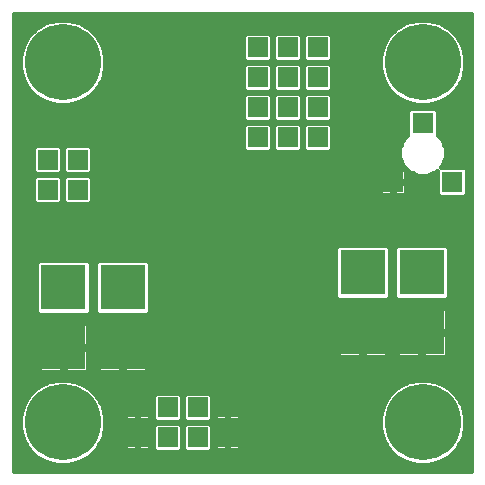
<source format=gbr>
G75*
G70*
%OFA0B0*%
%FSLAX24Y24*%
%IPPOS*%
%LPD*%
%AMOC8*
5,1,8,0,0,1.08239X$1,22.5*
%
%ADD10R,0.0650X0.0650*%
%ADD11R,0.0700X0.0700*%
%ADD12C,0.2540*%
%ADD13R,0.1500X0.1500*%
%ADD14C,0.0160*%
%ADD15C,0.0357*%
D10*
X004680Y001680D03*
X004680Y002680D03*
X005680Y002680D03*
X006680Y002680D03*
X007680Y002680D03*
X007680Y001680D03*
X006680Y001680D03*
X005680Y001680D03*
X002680Y008930D03*
X002680Y009930D03*
X002680Y010930D03*
X002680Y011930D03*
X001680Y011930D03*
X001680Y010930D03*
X001680Y009930D03*
X001680Y008930D03*
X008680Y011680D03*
X008680Y012680D03*
X008680Y013680D03*
X009680Y013680D03*
X009680Y012680D03*
X009680Y011680D03*
X010680Y011680D03*
X010680Y012680D03*
X010680Y013680D03*
X010680Y014680D03*
X009680Y014680D03*
X008680Y014680D03*
D11*
X013196Y010196D03*
X015164Y010196D03*
X014180Y012164D03*
D12*
X014180Y014180D03*
X014180Y002180D03*
X002180Y002180D03*
X002180Y014180D03*
D13*
X002211Y006680D03*
X004180Y006680D03*
X004180Y004680D03*
X002211Y004680D03*
X012180Y005180D03*
X014149Y005180D03*
X014149Y007180D03*
X012180Y007180D03*
D14*
X000560Y000560D02*
X000560Y015800D01*
X015800Y015800D01*
X015800Y000560D01*
X000560Y000560D01*
X000560Y000656D02*
X015800Y000656D01*
X015800Y000814D02*
X014607Y000814D01*
X014732Y000847D02*
X014368Y000750D01*
X013992Y000750D01*
X013628Y000847D01*
X013302Y001036D01*
X013036Y001302D01*
X012847Y001628D01*
X012750Y001992D01*
X012750Y002368D01*
X012847Y002732D01*
X013036Y003058D01*
X013302Y003324D01*
X013628Y003513D01*
X013992Y003610D01*
X014368Y003610D01*
X014732Y003513D01*
X015058Y003324D01*
X015324Y003058D01*
X015513Y002732D01*
X015610Y002368D01*
X015610Y001992D01*
X015513Y001628D01*
X015324Y001302D01*
X015058Y001036D01*
X014732Y000847D01*
X014949Y000973D02*
X015800Y000973D01*
X015800Y001131D02*
X015153Y001131D01*
X015312Y001290D02*
X015800Y001290D01*
X015800Y001448D02*
X015409Y001448D01*
X015500Y001607D02*
X015800Y001607D01*
X015800Y001765D02*
X015549Y001765D01*
X015592Y001924D02*
X015800Y001924D01*
X015800Y002082D02*
X015610Y002082D01*
X015610Y002241D02*
X015800Y002241D01*
X015800Y002399D02*
X015602Y002399D01*
X015559Y002558D02*
X015800Y002558D01*
X015800Y002716D02*
X015517Y002716D01*
X015430Y002875D02*
X015800Y002875D01*
X015800Y003033D02*
X015339Y003033D01*
X015191Y003192D02*
X015800Y003192D01*
X015800Y003350D02*
X015013Y003350D01*
X014739Y003509D02*
X015800Y003509D01*
X015800Y003667D02*
X000560Y003667D01*
X000560Y003509D02*
X001621Y003509D01*
X001628Y003513D02*
X001302Y003324D01*
X001036Y003058D01*
X000847Y002732D01*
X000750Y002368D01*
X000750Y001992D01*
X000847Y001628D01*
X001036Y001302D01*
X001302Y001036D01*
X001628Y000847D01*
X001992Y000750D01*
X002368Y000750D01*
X002732Y000847D01*
X003058Y001036D01*
X003324Y001302D01*
X003513Y001628D01*
X003610Y001992D01*
X003610Y002368D01*
X003513Y002732D01*
X003324Y003058D01*
X003058Y003324D01*
X002732Y003513D01*
X002368Y003610D01*
X001992Y003610D01*
X001628Y003513D01*
X001347Y003350D02*
X000560Y003350D01*
X000560Y003192D02*
X001169Y003192D01*
X001021Y003033D02*
X000560Y003033D01*
X000560Y002875D02*
X000930Y002875D01*
X000843Y002716D02*
X000560Y002716D01*
X000560Y002558D02*
X000801Y002558D01*
X000758Y002399D02*
X000560Y002399D01*
X000560Y002241D02*
X000750Y002241D01*
X000750Y002082D02*
X000560Y002082D01*
X000560Y001924D02*
X000768Y001924D01*
X000811Y001765D02*
X000560Y001765D01*
X000560Y001607D02*
X000860Y001607D01*
X000951Y001448D02*
X000560Y001448D01*
X000560Y001290D02*
X001048Y001290D01*
X001207Y001131D02*
X000560Y001131D01*
X000560Y000973D02*
X001411Y000973D01*
X001753Y000814D02*
X000560Y000814D01*
X002607Y000814D02*
X013753Y000814D01*
X013411Y000973D02*
X002949Y000973D01*
X003153Y001131D02*
X013207Y001131D01*
X013048Y001290D02*
X008053Y001290D01*
X008050Y001287D02*
X008073Y001310D01*
X008085Y001339D01*
X008085Y001672D01*
X007688Y001672D01*
X007688Y001688D01*
X007672Y001688D01*
X007672Y002085D01*
X007339Y002085D01*
X007310Y002073D01*
X007287Y002050D01*
X007275Y002021D01*
X007275Y001688D01*
X007672Y001688D01*
X007672Y001672D01*
X007275Y001672D01*
X007275Y001339D01*
X007287Y001310D01*
X007310Y001287D01*
X007339Y001275D01*
X007672Y001275D01*
X007672Y001672D01*
X007688Y001672D01*
X007688Y001275D01*
X008021Y001275D01*
X008050Y001287D01*
X008085Y001448D02*
X012951Y001448D01*
X012860Y001607D02*
X008085Y001607D01*
X008085Y001688D02*
X008085Y002021D01*
X008073Y002050D01*
X008050Y002073D01*
X008021Y002085D01*
X007688Y002085D01*
X007688Y001688D01*
X008085Y001688D01*
X008085Y001765D02*
X012811Y001765D01*
X012768Y001924D02*
X008085Y001924D01*
X008028Y002082D02*
X012750Y002082D01*
X012750Y002241D02*
X007117Y002241D01*
X007071Y002195D02*
X007165Y002289D01*
X007165Y003071D01*
X007071Y003165D01*
X006289Y003165D01*
X006195Y003071D01*
X006195Y002289D01*
X006289Y002195D01*
X007071Y002195D01*
X007071Y002165D02*
X006289Y002165D01*
X006195Y002071D01*
X006195Y001289D01*
X006289Y001195D01*
X007071Y001195D01*
X007165Y001289D01*
X007165Y002071D01*
X007071Y002165D01*
X007154Y002082D02*
X007332Y002082D01*
X007275Y001924D02*
X007165Y001924D01*
X007165Y001765D02*
X007275Y001765D01*
X007275Y001607D02*
X007165Y001607D01*
X007165Y001448D02*
X007275Y001448D01*
X007307Y001290D02*
X007165Y001290D01*
X007672Y001290D02*
X007688Y001290D01*
X007672Y001448D02*
X007688Y001448D01*
X007672Y001607D02*
X007688Y001607D01*
X007672Y001765D02*
X007688Y001765D01*
X007672Y001924D02*
X007688Y001924D01*
X007672Y002082D02*
X007688Y002082D01*
X007688Y002275D02*
X008021Y002275D01*
X008050Y002287D01*
X008073Y002310D01*
X008085Y002339D01*
X008085Y002672D01*
X007688Y002672D01*
X007688Y002688D01*
X007672Y002688D01*
X007672Y003085D01*
X007339Y003085D01*
X007310Y003073D01*
X007287Y003050D01*
X007275Y003021D01*
X007275Y002688D01*
X007672Y002688D01*
X007672Y002672D01*
X007275Y002672D01*
X007275Y002339D01*
X007287Y002310D01*
X007310Y002287D01*
X007339Y002275D01*
X007672Y002275D01*
X007672Y002672D01*
X007688Y002672D01*
X007688Y002275D01*
X007688Y002399D02*
X007672Y002399D01*
X007672Y002558D02*
X007688Y002558D01*
X007688Y002688D02*
X008085Y002688D01*
X008085Y003021D01*
X008073Y003050D01*
X008050Y003073D01*
X008021Y003085D01*
X007688Y003085D01*
X007688Y002688D01*
X007688Y002716D02*
X007672Y002716D01*
X007672Y002875D02*
X007688Y002875D01*
X007672Y003033D02*
X007688Y003033D01*
X008080Y003033D02*
X013021Y003033D01*
X012930Y002875D02*
X008085Y002875D01*
X008085Y002716D02*
X012843Y002716D01*
X012801Y002558D02*
X008085Y002558D01*
X008085Y002399D02*
X012758Y002399D01*
X013169Y003192D02*
X003191Y003192D01*
X003339Y003033D02*
X004280Y003033D01*
X004275Y003021D02*
X004275Y002688D01*
X004672Y002688D01*
X004672Y003085D01*
X004339Y003085D01*
X004310Y003073D01*
X004287Y003050D01*
X004275Y003021D01*
X004275Y002875D02*
X003430Y002875D01*
X003517Y002716D02*
X004275Y002716D01*
X004275Y002672D02*
X004275Y002339D01*
X004287Y002310D01*
X004310Y002287D01*
X004339Y002275D01*
X004672Y002275D01*
X004672Y002672D01*
X004275Y002672D01*
X004275Y002558D02*
X003559Y002558D01*
X003602Y002399D02*
X004275Y002399D01*
X004339Y002085D02*
X004310Y002073D01*
X004287Y002050D01*
X004275Y002021D01*
X004275Y001688D01*
X004672Y001688D01*
X004672Y002085D01*
X004339Y002085D01*
X004332Y002082D02*
X003610Y002082D01*
X003610Y002241D02*
X005243Y002241D01*
X005289Y002195D02*
X005195Y002289D01*
X005195Y003071D01*
X005289Y003165D01*
X006071Y003165D01*
X006165Y003071D01*
X006165Y002289D01*
X006071Y002195D01*
X005289Y002195D01*
X005289Y002165D02*
X005195Y002071D01*
X005195Y001289D01*
X005289Y001195D01*
X006071Y001195D01*
X006165Y001289D01*
X006165Y002071D01*
X006071Y002165D01*
X005289Y002165D01*
X005206Y002082D02*
X005028Y002082D01*
X005021Y002085D02*
X004688Y002085D01*
X004688Y001688D01*
X004672Y001688D01*
X004672Y001672D01*
X004275Y001672D01*
X004275Y001339D01*
X004287Y001310D01*
X004310Y001287D01*
X004339Y001275D01*
X004672Y001275D01*
X004672Y001672D01*
X004688Y001672D01*
X004688Y001688D01*
X005085Y001688D01*
X005085Y002021D01*
X005073Y002050D01*
X005050Y002073D01*
X005021Y002085D01*
X005085Y001924D02*
X005195Y001924D01*
X005195Y001765D02*
X005085Y001765D01*
X005085Y001672D02*
X004688Y001672D01*
X004688Y001275D01*
X005021Y001275D01*
X005050Y001287D01*
X005073Y001310D01*
X005085Y001339D01*
X005085Y001672D01*
X005085Y001607D02*
X005195Y001607D01*
X005195Y001448D02*
X005085Y001448D01*
X005053Y001290D02*
X005195Y001290D01*
X004688Y001290D02*
X004672Y001290D01*
X004672Y001448D02*
X004688Y001448D01*
X004672Y001607D02*
X004688Y001607D01*
X004672Y001765D02*
X004688Y001765D01*
X004672Y001924D02*
X004688Y001924D01*
X004672Y002082D02*
X004688Y002082D01*
X004688Y002275D02*
X005021Y002275D01*
X005050Y002287D01*
X005073Y002310D01*
X005085Y002339D01*
X005085Y002672D01*
X004688Y002672D01*
X004688Y002688D01*
X004672Y002688D01*
X004672Y002672D01*
X004688Y002672D01*
X004688Y002275D01*
X004688Y002399D02*
X004672Y002399D01*
X004672Y002558D02*
X004688Y002558D01*
X004688Y002688D02*
X005085Y002688D01*
X005085Y003021D01*
X005073Y003050D01*
X005050Y003073D01*
X005021Y003085D01*
X004688Y003085D01*
X004688Y002688D01*
X004688Y002716D02*
X004672Y002716D01*
X004672Y002875D02*
X004688Y002875D01*
X004672Y003033D02*
X004688Y003033D01*
X005080Y003033D02*
X005195Y003033D01*
X005195Y002875D02*
X005085Y002875D01*
X005085Y002716D02*
X005195Y002716D01*
X005195Y002558D02*
X005085Y002558D01*
X005085Y002399D02*
X005195Y002399D01*
X006117Y002241D02*
X006243Y002241D01*
X006206Y002082D02*
X006154Y002082D01*
X006165Y001924D02*
X006195Y001924D01*
X006195Y001765D02*
X006165Y001765D01*
X006165Y001607D02*
X006195Y001607D01*
X006195Y001448D02*
X006165Y001448D01*
X006165Y001290D02*
X006195Y001290D01*
X006165Y002399D02*
X006195Y002399D01*
X006195Y002558D02*
X006165Y002558D01*
X006165Y002716D02*
X006195Y002716D01*
X006195Y002875D02*
X006165Y002875D01*
X006165Y003033D02*
X006195Y003033D01*
X007165Y003033D02*
X007280Y003033D01*
X007275Y002875D02*
X007165Y002875D01*
X007165Y002716D02*
X007275Y002716D01*
X007275Y002558D02*
X007165Y002558D01*
X007165Y002399D02*
X007275Y002399D01*
X004998Y003885D02*
X005010Y003914D01*
X005010Y004632D01*
X004228Y004632D01*
X004228Y004728D01*
X005010Y004728D01*
X005010Y005446D01*
X004998Y005475D01*
X004975Y005498D01*
X004946Y005510D01*
X004228Y005510D01*
X004228Y004728D01*
X004132Y004728D01*
X004132Y005510D01*
X003414Y005510D01*
X003385Y005498D01*
X003362Y005475D01*
X003350Y005446D01*
X003350Y004728D01*
X004132Y004728D01*
X004132Y004632D01*
X004228Y004632D01*
X004228Y003850D01*
X004946Y003850D01*
X004975Y003862D01*
X004998Y003885D01*
X005010Y003984D02*
X015800Y003984D01*
X015800Y003826D02*
X000560Y003826D01*
X000560Y003984D02*
X001381Y003984D01*
X001381Y003914D02*
X001394Y003885D01*
X001416Y003862D01*
X001446Y003850D01*
X002164Y003850D01*
X002164Y004632D01*
X002259Y004632D01*
X002259Y003850D01*
X002977Y003850D01*
X003007Y003862D01*
X003029Y003885D01*
X003041Y003914D01*
X003041Y004632D01*
X002259Y004632D01*
X002259Y004728D01*
X002164Y004728D01*
X002164Y005510D01*
X001446Y005510D01*
X001416Y005498D01*
X001394Y005475D01*
X001381Y005446D01*
X001381Y004728D01*
X002164Y004728D01*
X002164Y004632D01*
X001381Y004632D01*
X001381Y003914D01*
X001381Y004143D02*
X000560Y004143D01*
X000560Y004301D02*
X001381Y004301D01*
X001381Y004460D02*
X000560Y004460D01*
X000560Y004618D02*
X001381Y004618D01*
X001381Y004777D02*
X000560Y004777D01*
X000560Y004935D02*
X001381Y004935D01*
X001381Y005094D02*
X000560Y005094D01*
X000560Y005252D02*
X001381Y005252D01*
X001381Y005411D02*
X000560Y005411D01*
X000560Y005569D02*
X011350Y005569D01*
X011350Y005411D02*
X005010Y005411D01*
X005010Y005252D02*
X011350Y005252D01*
X011350Y005228D02*
X012132Y005228D01*
X012132Y006010D01*
X011414Y006010D01*
X011385Y005998D01*
X011362Y005975D01*
X011350Y005946D01*
X011350Y005228D01*
X011350Y005132D02*
X011350Y004414D01*
X011362Y004385D01*
X011385Y004362D01*
X011414Y004350D01*
X012132Y004350D01*
X012132Y005132D01*
X011350Y005132D01*
X011350Y005094D02*
X005010Y005094D01*
X005010Y004935D02*
X011350Y004935D01*
X011350Y004777D02*
X005010Y004777D01*
X005010Y004618D02*
X011350Y004618D01*
X011350Y004460D02*
X005010Y004460D01*
X005010Y004301D02*
X015800Y004301D01*
X015800Y004143D02*
X005010Y004143D01*
X004228Y004143D02*
X004132Y004143D01*
X004132Y004301D02*
X004228Y004301D01*
X004228Y004460D02*
X004132Y004460D01*
X004132Y004618D02*
X004228Y004618D01*
X004132Y004632D02*
X004132Y003850D01*
X003414Y003850D01*
X003385Y003862D01*
X003362Y003885D01*
X003350Y003914D01*
X003350Y004632D01*
X004132Y004632D01*
X004132Y004777D02*
X004228Y004777D01*
X004228Y004935D02*
X004132Y004935D01*
X004132Y005094D02*
X004228Y005094D01*
X004228Y005252D02*
X004132Y005252D01*
X004132Y005411D02*
X004228Y005411D01*
X004996Y005770D02*
X005090Y005864D01*
X005090Y007496D01*
X004996Y007590D01*
X003364Y007590D01*
X003270Y007496D01*
X003270Y005864D01*
X003364Y005770D01*
X004996Y005770D01*
X005090Y005886D02*
X011350Y005886D01*
X011350Y005728D02*
X000560Y005728D01*
X000560Y005886D02*
X001301Y005886D01*
X001301Y005864D02*
X001395Y005770D01*
X003028Y005770D01*
X003121Y005864D01*
X003121Y007496D01*
X003028Y007590D01*
X001395Y007590D01*
X001301Y007496D01*
X001301Y005864D01*
X001301Y006045D02*
X000560Y006045D01*
X000560Y006203D02*
X001301Y006203D01*
X001301Y006362D02*
X000560Y006362D01*
X000560Y006520D02*
X001301Y006520D01*
X001301Y006679D02*
X000560Y006679D01*
X000560Y006837D02*
X001301Y006837D01*
X001301Y006996D02*
X000560Y006996D01*
X000560Y007154D02*
X001301Y007154D01*
X001301Y007313D02*
X000560Y007313D01*
X000560Y007471D02*
X001301Y007471D01*
X000560Y007630D02*
X011270Y007630D01*
X011270Y007788D02*
X000560Y007788D01*
X000560Y007947D02*
X011270Y007947D01*
X011270Y007996D02*
X011364Y008090D01*
X012996Y008090D01*
X013090Y007996D01*
X013090Y006364D01*
X012996Y006270D01*
X011364Y006270D01*
X011270Y006364D01*
X011270Y007996D01*
X011270Y007471D02*
X005090Y007471D01*
X005090Y007313D02*
X011270Y007313D01*
X011270Y007154D02*
X005090Y007154D01*
X005090Y006996D02*
X011270Y006996D01*
X011270Y006837D02*
X005090Y006837D01*
X005090Y006679D02*
X011270Y006679D01*
X011270Y006520D02*
X005090Y006520D01*
X005090Y006362D02*
X011272Y006362D01*
X012132Y005886D02*
X012228Y005886D01*
X012228Y006010D02*
X012228Y005228D01*
X012132Y005228D01*
X012132Y005132D01*
X012228Y005132D01*
X012228Y005228D01*
X013010Y005228D01*
X013010Y005946D01*
X012998Y005975D01*
X012975Y005998D01*
X012946Y006010D01*
X012228Y006010D01*
X012228Y005728D02*
X012132Y005728D01*
X012132Y005569D02*
X012228Y005569D01*
X012228Y005411D02*
X012132Y005411D01*
X012132Y005252D02*
X012228Y005252D01*
X012228Y005132D02*
X013010Y005132D01*
X013010Y004414D01*
X012998Y004385D01*
X012975Y004362D01*
X012946Y004350D01*
X012228Y004350D01*
X012228Y005132D01*
X012228Y005094D02*
X012132Y005094D01*
X012132Y004935D02*
X012228Y004935D01*
X012228Y004777D02*
X012132Y004777D01*
X012132Y004618D02*
X012228Y004618D01*
X012228Y004460D02*
X012132Y004460D01*
X013010Y004460D02*
X013319Y004460D01*
X013319Y004414D02*
X013331Y004385D01*
X013353Y004362D01*
X013383Y004350D01*
X014101Y004350D01*
X014101Y005132D01*
X014196Y005132D01*
X014196Y004350D01*
X014914Y004350D01*
X014944Y004362D01*
X014966Y004385D01*
X014979Y004414D01*
X014979Y005132D01*
X014196Y005132D01*
X014196Y005228D01*
X014101Y005228D01*
X014101Y006010D01*
X013383Y006010D01*
X013353Y005998D01*
X013331Y005975D01*
X013319Y005946D01*
X013319Y005228D01*
X014101Y005228D01*
X014101Y005132D01*
X013319Y005132D01*
X013319Y004414D01*
X013319Y004618D02*
X013010Y004618D01*
X013010Y004777D02*
X013319Y004777D01*
X013319Y004935D02*
X013010Y004935D01*
X013010Y005094D02*
X013319Y005094D01*
X013319Y005252D02*
X013010Y005252D01*
X013010Y005411D02*
X013319Y005411D01*
X013319Y005569D02*
X013010Y005569D01*
X013010Y005728D02*
X013319Y005728D01*
X013319Y005886D02*
X013010Y005886D01*
X013088Y006362D02*
X013241Y006362D01*
X013239Y006364D02*
X013332Y006270D01*
X014965Y006270D01*
X015059Y006364D01*
X015059Y007996D01*
X014965Y008090D01*
X013332Y008090D01*
X013239Y007996D01*
X013239Y006364D01*
X013239Y006520D02*
X013090Y006520D01*
X013090Y006679D02*
X013239Y006679D01*
X013239Y006837D02*
X013090Y006837D01*
X013090Y006996D02*
X013239Y006996D01*
X013239Y007154D02*
X013090Y007154D01*
X013090Y007313D02*
X013239Y007313D01*
X013239Y007471D02*
X013090Y007471D01*
X013090Y007630D02*
X013239Y007630D01*
X013239Y007788D02*
X013090Y007788D01*
X013090Y007947D02*
X013239Y007947D01*
X015059Y007947D02*
X015800Y007947D01*
X015800Y008105D02*
X000560Y008105D01*
X000560Y008264D02*
X015800Y008264D01*
X015800Y008422D02*
X000560Y008422D01*
X000560Y008581D02*
X001279Y008581D01*
X001275Y008589D02*
X001287Y008560D01*
X001310Y008537D01*
X001339Y008525D01*
X001672Y008525D01*
X001672Y008922D01*
X001688Y008922D01*
X001688Y008938D01*
X001672Y008938D01*
X001672Y009335D01*
X001339Y009335D01*
X001310Y009323D01*
X001287Y009300D01*
X001275Y009271D01*
X001275Y008938D01*
X001672Y008938D01*
X001672Y008922D01*
X001275Y008922D01*
X001275Y008589D01*
X001275Y008739D02*
X000560Y008739D01*
X000560Y008898D02*
X001275Y008898D01*
X001275Y009056D02*
X000560Y009056D01*
X000560Y009215D02*
X001275Y009215D01*
X001289Y009445D02*
X002071Y009445D01*
X002165Y009539D01*
X002165Y010321D01*
X002071Y010415D01*
X001289Y010415D01*
X001195Y010321D01*
X001195Y009539D01*
X001289Y009445D01*
X001202Y009532D02*
X000560Y009532D01*
X000560Y009690D02*
X001195Y009690D01*
X001195Y009849D02*
X000560Y009849D01*
X000560Y010007D02*
X001195Y010007D01*
X001195Y010166D02*
X000560Y010166D01*
X000560Y010324D02*
X001198Y010324D01*
X001289Y010445D02*
X002071Y010445D01*
X002165Y010539D01*
X002165Y011321D01*
X002071Y011415D01*
X001289Y011415D01*
X001195Y011321D01*
X001195Y010539D01*
X001289Y010445D01*
X001251Y010483D02*
X000560Y010483D01*
X000560Y010641D02*
X001195Y010641D01*
X001195Y010800D02*
X000560Y010800D01*
X000560Y010958D02*
X001195Y010958D01*
X001195Y011117D02*
X000560Y011117D01*
X000560Y011275D02*
X001195Y011275D01*
X001310Y011537D02*
X001339Y011525D01*
X001672Y011525D01*
X001672Y011922D01*
X001688Y011922D01*
X001688Y011938D01*
X001672Y011938D01*
X001672Y012335D01*
X001339Y012335D01*
X001310Y012323D01*
X001287Y012300D01*
X001275Y012271D01*
X001275Y011938D01*
X001672Y011938D01*
X001672Y011922D01*
X001275Y011922D01*
X001275Y011589D01*
X001287Y011560D01*
X001310Y011537D01*
X001275Y011592D02*
X000560Y011592D01*
X000560Y011434D02*
X008195Y011434D01*
X008195Y011289D02*
X008289Y011195D01*
X009071Y011195D01*
X009165Y011289D01*
X009165Y012071D01*
X009071Y012165D01*
X008289Y012165D01*
X008195Y012071D01*
X008195Y011289D01*
X008209Y011275D02*
X003165Y011275D01*
X003165Y011321D02*
X003071Y011415D01*
X002289Y011415D01*
X002195Y011321D01*
X002195Y010539D01*
X002289Y010445D01*
X003071Y010445D01*
X003165Y010539D01*
X003165Y011321D01*
X003165Y011117D02*
X013408Y011117D01*
X013408Y011026D02*
X013525Y010743D01*
X013743Y010525D01*
X014026Y010408D01*
X014334Y010408D01*
X014617Y010525D01*
X014654Y010562D01*
X014654Y009779D01*
X014748Y009686D01*
X015581Y009686D01*
X015674Y009779D01*
X015674Y010612D01*
X015581Y010706D01*
X014798Y010706D01*
X014835Y010743D01*
X014952Y011026D01*
X014952Y011334D01*
X014835Y011617D01*
X014690Y011762D01*
X014690Y012581D01*
X014596Y012674D01*
X013764Y012674D01*
X013670Y012581D01*
X013670Y011762D01*
X013525Y011617D01*
X013408Y011334D01*
X013408Y011026D01*
X013436Y010958D02*
X003165Y010958D01*
X003165Y010800D02*
X013502Y010800D01*
X013562Y010626D02*
X013214Y010626D01*
X013214Y010214D01*
X013626Y010214D01*
X013626Y010562D01*
X013614Y010591D01*
X013591Y010614D01*
X013562Y010626D01*
X013627Y010641D02*
X003165Y010641D01*
X003109Y010483D02*
X012766Y010483D01*
X012766Y010562D02*
X012766Y010214D01*
X013177Y010214D01*
X013177Y010177D01*
X013214Y010177D01*
X013214Y009766D01*
X013562Y009766D01*
X013591Y009778D01*
X013614Y009800D01*
X013626Y009830D01*
X013626Y010177D01*
X013214Y010177D01*
X013214Y010214D01*
X013177Y010214D01*
X013177Y010626D01*
X012830Y010626D01*
X012800Y010614D01*
X012778Y010591D01*
X012766Y010562D01*
X012766Y010324D02*
X003162Y010324D01*
X003165Y010321D02*
X003071Y010415D01*
X002289Y010415D01*
X002195Y010321D01*
X002195Y009539D01*
X002289Y009445D01*
X003071Y009445D01*
X003165Y009539D01*
X003165Y010321D01*
X003165Y010166D02*
X012766Y010166D01*
X012766Y010177D02*
X012766Y009830D01*
X012778Y009800D01*
X012800Y009778D01*
X012830Y009766D01*
X013177Y009766D01*
X013177Y010177D01*
X012766Y010177D01*
X012766Y010007D02*
X003165Y010007D01*
X003165Y009849D02*
X012766Y009849D01*
X013177Y009849D02*
X013214Y009849D01*
X013214Y010007D02*
X013177Y010007D01*
X013177Y010166D02*
X013214Y010166D01*
X013214Y010324D02*
X013177Y010324D01*
X013177Y010483D02*
X013214Y010483D01*
X013626Y010483D02*
X013846Y010483D01*
X013626Y010324D02*
X014654Y010324D01*
X014654Y010166D02*
X013626Y010166D01*
X013626Y010007D02*
X014654Y010007D01*
X014654Y009849D02*
X013626Y009849D01*
X014514Y010483D02*
X014654Y010483D01*
X014858Y010800D02*
X015800Y010800D01*
X015800Y010958D02*
X014924Y010958D01*
X014952Y011117D02*
X015800Y011117D01*
X015800Y011275D02*
X014952Y011275D01*
X014911Y011434D02*
X015800Y011434D01*
X015800Y011592D02*
X014845Y011592D01*
X014701Y011751D02*
X015800Y011751D01*
X015800Y011909D02*
X014690Y011909D01*
X014690Y012068D02*
X015800Y012068D01*
X015800Y012226D02*
X014690Y012226D01*
X014690Y012385D02*
X015800Y012385D01*
X015800Y012543D02*
X014690Y012543D01*
X014732Y012847D02*
X014368Y012750D01*
X013992Y012750D01*
X013628Y012847D01*
X013302Y013036D01*
X013036Y013302D01*
X012847Y013628D01*
X012750Y013992D01*
X012750Y014368D01*
X012847Y014732D01*
X013036Y015058D01*
X013302Y015324D01*
X013628Y015513D01*
X013992Y015610D01*
X014368Y015610D01*
X014732Y015513D01*
X015058Y015324D01*
X015324Y015058D01*
X015513Y014732D01*
X015610Y014368D01*
X015610Y013992D01*
X015513Y013628D01*
X015324Y013302D01*
X015058Y013036D01*
X014732Y012847D01*
X014754Y012860D02*
X015800Y012860D01*
X015800Y012702D02*
X011165Y012702D01*
X011165Y012860D02*
X013606Y012860D01*
X013332Y013019D02*
X011165Y013019D01*
X011165Y013071D02*
X011071Y013165D01*
X010289Y013165D01*
X010195Y013071D01*
X010195Y012289D01*
X010289Y012195D01*
X011071Y012195D01*
X011165Y012289D01*
X011165Y013071D01*
X011071Y013195D02*
X011165Y013289D01*
X011165Y014071D01*
X011071Y014165D01*
X010289Y014165D01*
X010195Y014071D01*
X010195Y013289D01*
X010289Y013195D01*
X011071Y013195D01*
X011165Y013336D02*
X013016Y013336D01*
X012925Y013494D02*
X011165Y013494D01*
X011165Y013653D02*
X012841Y013653D01*
X012798Y013811D02*
X011165Y013811D01*
X011165Y013970D02*
X012756Y013970D01*
X012750Y014128D02*
X011108Y014128D01*
X011071Y014195D02*
X011165Y014289D01*
X011165Y015071D01*
X011071Y015165D01*
X010289Y015165D01*
X010195Y015071D01*
X010195Y014289D01*
X010289Y014195D01*
X011071Y014195D01*
X011163Y014287D02*
X012750Y014287D01*
X012771Y014445D02*
X011165Y014445D01*
X011165Y014604D02*
X012813Y014604D01*
X012865Y014762D02*
X011165Y014762D01*
X011165Y014921D02*
X012956Y014921D01*
X013057Y015079D02*
X011157Y015079D01*
X010203Y015079D02*
X010157Y015079D01*
X010165Y015071D02*
X010071Y015165D01*
X009289Y015165D01*
X009195Y015071D01*
X009195Y014289D01*
X009289Y014195D01*
X010071Y014195D01*
X010165Y014289D01*
X010165Y015071D01*
X010165Y014921D02*
X010195Y014921D01*
X010195Y014762D02*
X010165Y014762D01*
X010165Y014604D02*
X010195Y014604D01*
X010195Y014445D02*
X010165Y014445D01*
X010163Y014287D02*
X010197Y014287D01*
X010252Y014128D02*
X010108Y014128D01*
X010071Y014165D02*
X009289Y014165D01*
X009195Y014071D01*
X009195Y013289D01*
X009289Y013195D01*
X010071Y013195D01*
X010165Y013289D01*
X010165Y014071D01*
X010071Y014165D01*
X010165Y013970D02*
X010195Y013970D01*
X010195Y013811D02*
X010165Y013811D01*
X010165Y013653D02*
X010195Y013653D01*
X010195Y013494D02*
X010165Y013494D01*
X010165Y013336D02*
X010195Y013336D01*
X010071Y013165D02*
X009289Y013165D01*
X009195Y013071D01*
X009195Y012289D01*
X009289Y012195D01*
X010071Y012195D01*
X010165Y012289D01*
X010165Y013071D01*
X010071Y013165D01*
X010165Y013019D02*
X010195Y013019D01*
X010195Y012860D02*
X010165Y012860D01*
X010165Y012702D02*
X010195Y012702D01*
X010195Y012543D02*
X010165Y012543D01*
X010165Y012385D02*
X010195Y012385D01*
X010258Y012226D02*
X010102Y012226D01*
X010071Y012165D02*
X009289Y012165D01*
X009195Y012071D01*
X009195Y011289D01*
X009289Y011195D01*
X010071Y011195D01*
X010165Y011289D01*
X010165Y012071D01*
X010071Y012165D01*
X010165Y012068D02*
X010195Y012068D01*
X010195Y012071D02*
X010195Y011289D01*
X010289Y011195D01*
X011071Y011195D01*
X011165Y011289D01*
X011165Y012071D01*
X011071Y012165D01*
X010289Y012165D01*
X010195Y012071D01*
X010195Y011909D02*
X010165Y011909D01*
X010165Y011751D02*
X010195Y011751D01*
X010195Y011592D02*
X010165Y011592D01*
X010165Y011434D02*
X010195Y011434D01*
X010209Y011275D02*
X010151Y011275D01*
X009209Y011275D02*
X009151Y011275D01*
X009165Y011434D02*
X009195Y011434D01*
X009195Y011592D02*
X009165Y011592D01*
X009165Y011751D02*
X009195Y011751D01*
X009195Y011909D02*
X009165Y011909D01*
X009165Y012068D02*
X009195Y012068D01*
X009258Y012226D02*
X009102Y012226D01*
X009071Y012195D02*
X009165Y012289D01*
X009165Y013071D01*
X009071Y013165D01*
X008289Y013165D01*
X008195Y013071D01*
X008195Y012289D01*
X008289Y012195D01*
X009071Y012195D01*
X009165Y012385D02*
X009195Y012385D01*
X009195Y012543D02*
X009165Y012543D01*
X009165Y012702D02*
X009195Y012702D01*
X009195Y012860D02*
X009165Y012860D01*
X009165Y013019D02*
X009195Y013019D01*
X009071Y013195D02*
X009165Y013289D01*
X009165Y014071D01*
X009071Y014165D01*
X008289Y014165D01*
X008195Y014071D01*
X008195Y013289D01*
X008289Y013195D01*
X009071Y013195D01*
X009165Y013336D02*
X009195Y013336D01*
X009195Y013494D02*
X009165Y013494D01*
X009165Y013653D02*
X009195Y013653D01*
X009195Y013811D02*
X009165Y013811D01*
X009165Y013970D02*
X009195Y013970D01*
X009252Y014128D02*
X009108Y014128D01*
X009071Y014195D02*
X009165Y014289D01*
X009165Y015071D01*
X009071Y015165D01*
X008289Y015165D01*
X008195Y015071D01*
X008195Y014289D01*
X008289Y014195D01*
X009071Y014195D01*
X009163Y014287D02*
X009197Y014287D01*
X009195Y014445D02*
X009165Y014445D01*
X009165Y014604D02*
X009195Y014604D01*
X009195Y014762D02*
X009165Y014762D01*
X009165Y014921D02*
X009195Y014921D01*
X009203Y015079D02*
X009157Y015079D01*
X008203Y015079D02*
X003303Y015079D01*
X003324Y015058D02*
X003058Y015324D01*
X002732Y015513D01*
X002368Y015610D01*
X001992Y015610D01*
X001628Y015513D01*
X001302Y015324D01*
X001036Y015058D01*
X000847Y014732D01*
X000750Y014368D01*
X000750Y013992D01*
X000847Y013628D01*
X001036Y013302D01*
X001302Y013036D01*
X001628Y012847D01*
X001992Y012750D01*
X002368Y012750D01*
X002732Y012847D01*
X003058Y013036D01*
X003324Y013302D01*
X003513Y013628D01*
X003610Y013992D01*
X003610Y014368D01*
X003513Y014732D01*
X003324Y015058D01*
X003404Y014921D02*
X008195Y014921D01*
X008195Y014762D02*
X003495Y014762D01*
X003547Y014604D02*
X008195Y014604D01*
X008195Y014445D02*
X003589Y014445D01*
X003610Y014287D02*
X008197Y014287D01*
X008252Y014128D02*
X003610Y014128D01*
X003604Y013970D02*
X008195Y013970D01*
X008195Y013811D02*
X003562Y013811D01*
X003519Y013653D02*
X008195Y013653D01*
X008195Y013494D02*
X003435Y013494D01*
X003344Y013336D02*
X008195Y013336D01*
X008195Y013019D02*
X003028Y013019D01*
X003199Y013177D02*
X013161Y013177D01*
X013670Y012543D02*
X011165Y012543D01*
X011165Y012385D02*
X013670Y012385D01*
X013670Y012226D02*
X011102Y012226D01*
X011165Y012068D02*
X013670Y012068D01*
X013670Y011909D02*
X011165Y011909D01*
X011165Y011751D02*
X013659Y011751D01*
X013515Y011592D02*
X011165Y011592D01*
X011165Y011434D02*
X013449Y011434D01*
X013408Y011275D02*
X011151Y011275D01*
X008195Y011592D02*
X003085Y011592D01*
X003085Y011589D02*
X003085Y011922D01*
X002688Y011922D01*
X002688Y011938D01*
X002672Y011938D01*
X002672Y012335D01*
X002339Y012335D01*
X002310Y012323D01*
X002287Y012300D01*
X002275Y012271D01*
X002275Y011938D01*
X002672Y011938D01*
X002672Y011922D01*
X002688Y011922D01*
X002688Y011525D01*
X003021Y011525D01*
X003050Y011537D01*
X003073Y011560D01*
X003085Y011589D01*
X003085Y011751D02*
X008195Y011751D01*
X008195Y011909D02*
X003085Y011909D01*
X003085Y011938D02*
X003085Y012271D01*
X003073Y012300D01*
X003050Y012323D01*
X003021Y012335D01*
X002688Y012335D01*
X002688Y011938D01*
X003085Y011938D01*
X003085Y012068D02*
X008195Y012068D01*
X008258Y012226D02*
X003085Y012226D01*
X002688Y012226D02*
X002672Y012226D01*
X002672Y012068D02*
X002688Y012068D01*
X002672Y011922D02*
X002275Y011922D01*
X002275Y011589D01*
X002287Y011560D01*
X002310Y011537D01*
X002339Y011525D01*
X002672Y011525D01*
X002672Y011922D01*
X002672Y011909D02*
X002688Y011909D01*
X002672Y011751D02*
X002688Y011751D01*
X002672Y011592D02*
X002688Y011592D01*
X002275Y011592D02*
X002085Y011592D01*
X002085Y011589D02*
X002085Y011922D01*
X001688Y011922D01*
X001688Y011525D01*
X002021Y011525D01*
X002050Y011537D01*
X002073Y011560D01*
X002085Y011589D01*
X002085Y011751D02*
X002275Y011751D01*
X002275Y011909D02*
X002085Y011909D01*
X002085Y011938D02*
X002085Y012271D01*
X002073Y012300D01*
X002050Y012323D01*
X002021Y012335D01*
X001688Y012335D01*
X001688Y011938D01*
X002085Y011938D01*
X002085Y012068D02*
X002275Y012068D01*
X002275Y012226D02*
X002085Y012226D01*
X001688Y012226D02*
X001672Y012226D01*
X001672Y012068D02*
X001688Y012068D01*
X001672Y011909D02*
X001688Y011909D01*
X001672Y011751D02*
X001688Y011751D01*
X001672Y011592D02*
X001688Y011592D01*
X001275Y011751D02*
X000560Y011751D01*
X000560Y011909D02*
X001275Y011909D01*
X001275Y012068D02*
X000560Y012068D01*
X000560Y012226D02*
X001275Y012226D01*
X001606Y012860D02*
X000560Y012860D01*
X000560Y012702D02*
X008195Y012702D01*
X008195Y012860D02*
X002754Y012860D01*
X001332Y013019D02*
X000560Y013019D01*
X000560Y013177D02*
X001161Y013177D01*
X001016Y013336D02*
X000560Y013336D01*
X000560Y013494D02*
X000925Y013494D01*
X000841Y013653D02*
X000560Y013653D01*
X000560Y013811D02*
X000798Y013811D01*
X000756Y013970D02*
X000560Y013970D01*
X000560Y014128D02*
X000750Y014128D01*
X000750Y014287D02*
X000560Y014287D01*
X000560Y014445D02*
X000771Y014445D01*
X000813Y014604D02*
X000560Y014604D01*
X000560Y014762D02*
X000865Y014762D01*
X000956Y014921D02*
X000560Y014921D01*
X000560Y015079D02*
X001057Y015079D01*
X001215Y015238D02*
X000560Y015238D01*
X000560Y015396D02*
X001426Y015396D01*
X001785Y015555D02*
X000560Y015555D01*
X000560Y015713D02*
X015800Y015713D01*
X015800Y015555D02*
X014575Y015555D01*
X014934Y015396D02*
X015800Y015396D01*
X015800Y015238D02*
X015145Y015238D01*
X015303Y015079D02*
X015800Y015079D01*
X015800Y014921D02*
X015404Y014921D01*
X015495Y014762D02*
X015800Y014762D01*
X015800Y014604D02*
X015547Y014604D01*
X015589Y014445D02*
X015800Y014445D01*
X015800Y014287D02*
X015610Y014287D01*
X015610Y014128D02*
X015800Y014128D01*
X015800Y013970D02*
X015604Y013970D01*
X015562Y013811D02*
X015800Y013811D01*
X015800Y013653D02*
X015519Y013653D01*
X015435Y013494D02*
X015800Y013494D01*
X015800Y013336D02*
X015344Y013336D01*
X015199Y013177D02*
X015800Y013177D01*
X015800Y013019D02*
X015028Y013019D01*
X013215Y015238D02*
X003145Y015238D01*
X002934Y015396D02*
X013426Y015396D01*
X013785Y015555D02*
X002575Y015555D01*
X000560Y012543D02*
X008195Y012543D01*
X008195Y012385D02*
X000560Y012385D01*
X002165Y011275D02*
X002195Y011275D01*
X002195Y011117D02*
X002165Y011117D01*
X002165Y010958D02*
X002195Y010958D01*
X002195Y010800D02*
X002165Y010800D01*
X002165Y010641D02*
X002195Y010641D01*
X002251Y010483D02*
X002109Y010483D01*
X002162Y010324D02*
X002198Y010324D01*
X002195Y010166D02*
X002165Y010166D01*
X002165Y010007D02*
X002195Y010007D01*
X002195Y009849D02*
X002165Y009849D01*
X002165Y009690D02*
X002195Y009690D01*
X002202Y009532D02*
X002158Y009532D01*
X002050Y009323D02*
X002021Y009335D01*
X001688Y009335D01*
X001688Y008938D01*
X002085Y008938D01*
X002085Y009271D01*
X002073Y009300D01*
X002050Y009323D01*
X002085Y009215D02*
X002275Y009215D01*
X002275Y009271D02*
X002275Y008938D01*
X002672Y008938D01*
X002672Y009335D01*
X002339Y009335D01*
X002310Y009323D01*
X002287Y009300D01*
X002275Y009271D01*
X002275Y009056D02*
X002085Y009056D01*
X002085Y008922D02*
X001688Y008922D01*
X001688Y008525D01*
X002021Y008525D01*
X002050Y008537D01*
X002073Y008560D01*
X002085Y008589D01*
X002085Y008922D01*
X002085Y008898D02*
X002275Y008898D01*
X002275Y008922D02*
X002275Y008589D01*
X002287Y008560D01*
X002310Y008537D01*
X002339Y008525D01*
X002672Y008525D01*
X002672Y008922D01*
X002688Y008922D01*
X002688Y008938D01*
X002672Y008938D01*
X002672Y008922D01*
X002275Y008922D01*
X002275Y008739D02*
X002085Y008739D01*
X002081Y008581D02*
X002279Y008581D01*
X002672Y008581D02*
X002688Y008581D01*
X002688Y008525D02*
X003021Y008525D01*
X003050Y008537D01*
X003073Y008560D01*
X003085Y008589D01*
X003085Y008922D01*
X002688Y008922D01*
X002688Y008525D01*
X002672Y008739D02*
X002688Y008739D01*
X002672Y008898D02*
X002688Y008898D01*
X002688Y008938D02*
X003085Y008938D01*
X003085Y009271D01*
X003073Y009300D01*
X003050Y009323D01*
X003021Y009335D01*
X002688Y009335D01*
X002688Y008938D01*
X002688Y009056D02*
X002672Y009056D01*
X002672Y009215D02*
X002688Y009215D01*
X003085Y009215D02*
X015800Y009215D01*
X015800Y009373D02*
X000560Y009373D01*
X001672Y009215D02*
X001688Y009215D01*
X001672Y009056D02*
X001688Y009056D01*
X001672Y008898D02*
X001688Y008898D01*
X001672Y008739D02*
X001688Y008739D01*
X001672Y008581D02*
X001688Y008581D01*
X003081Y008581D02*
X015800Y008581D01*
X015800Y008739D02*
X003085Y008739D01*
X003085Y008898D02*
X015800Y008898D01*
X015800Y009056D02*
X003085Y009056D01*
X003158Y009532D02*
X015800Y009532D01*
X015800Y009690D02*
X015585Y009690D01*
X015674Y009849D02*
X015800Y009849D01*
X015800Y010007D02*
X015674Y010007D01*
X015674Y010166D02*
X015800Y010166D01*
X015800Y010324D02*
X015674Y010324D01*
X015674Y010483D02*
X015800Y010483D01*
X015800Y010641D02*
X015645Y010641D01*
X014744Y009690D02*
X003165Y009690D01*
X003121Y007471D02*
X003270Y007471D01*
X003270Y007313D02*
X003121Y007313D01*
X003121Y007154D02*
X003270Y007154D01*
X003270Y006996D02*
X003121Y006996D01*
X003121Y006837D02*
X003270Y006837D01*
X003270Y006679D02*
X003121Y006679D01*
X003121Y006520D02*
X003270Y006520D01*
X003270Y006362D02*
X003121Y006362D01*
X003121Y006203D02*
X003270Y006203D01*
X003270Y006045D02*
X003121Y006045D01*
X003121Y005886D02*
X003270Y005886D01*
X003007Y005498D02*
X002977Y005510D01*
X002259Y005510D01*
X002259Y004728D01*
X003041Y004728D01*
X003041Y005446D01*
X003029Y005475D01*
X003007Y005498D01*
X003041Y005411D02*
X003350Y005411D01*
X003350Y005252D02*
X003041Y005252D01*
X003041Y005094D02*
X003350Y005094D01*
X003350Y004935D02*
X003041Y004935D01*
X003041Y004777D02*
X003350Y004777D01*
X003350Y004618D02*
X003041Y004618D01*
X003041Y004460D02*
X003350Y004460D01*
X003350Y004301D02*
X003041Y004301D01*
X003041Y004143D02*
X003350Y004143D01*
X003350Y003984D02*
X003041Y003984D01*
X002739Y003509D02*
X013621Y003509D01*
X013347Y003350D02*
X003013Y003350D01*
X002259Y003984D02*
X002164Y003984D01*
X002164Y004143D02*
X002259Y004143D01*
X002259Y004301D02*
X002164Y004301D01*
X002164Y004460D02*
X002259Y004460D01*
X002259Y004618D02*
X002164Y004618D01*
X002164Y004777D02*
X002259Y004777D01*
X002259Y004935D02*
X002164Y004935D01*
X002164Y005094D02*
X002259Y005094D01*
X002259Y005252D02*
X002164Y005252D01*
X002164Y005411D02*
X002259Y005411D01*
X004132Y003984D02*
X004228Y003984D01*
X004275Y001924D02*
X003592Y001924D01*
X003549Y001765D02*
X004275Y001765D01*
X004275Y001607D02*
X003500Y001607D01*
X003409Y001448D02*
X004275Y001448D01*
X004307Y001290D02*
X003312Y001290D01*
X005090Y006045D02*
X015800Y006045D01*
X015800Y006203D02*
X005090Y006203D01*
X014101Y005886D02*
X014196Y005886D01*
X014196Y006010D02*
X014196Y005228D01*
X014979Y005228D01*
X014979Y005946D01*
X014966Y005975D01*
X014944Y005998D01*
X014914Y006010D01*
X014196Y006010D01*
X014196Y005728D02*
X014101Y005728D01*
X014101Y005569D02*
X014196Y005569D01*
X014196Y005411D02*
X014101Y005411D01*
X014101Y005252D02*
X014196Y005252D01*
X014196Y005094D02*
X014101Y005094D01*
X014101Y004935D02*
X014196Y004935D01*
X014196Y004777D02*
X014101Y004777D01*
X014101Y004618D02*
X014196Y004618D01*
X014196Y004460D02*
X014101Y004460D01*
X014979Y004460D02*
X015800Y004460D01*
X015800Y004618D02*
X014979Y004618D01*
X014979Y004777D02*
X015800Y004777D01*
X015800Y004935D02*
X014979Y004935D01*
X014979Y005094D02*
X015800Y005094D01*
X015800Y005252D02*
X014979Y005252D01*
X014979Y005411D02*
X015800Y005411D01*
X015800Y005569D02*
X014979Y005569D01*
X014979Y005728D02*
X015800Y005728D01*
X015800Y005886D02*
X014979Y005886D01*
X015056Y006362D02*
X015800Y006362D01*
X015800Y006520D02*
X015059Y006520D01*
X015059Y006679D02*
X015800Y006679D01*
X015800Y006837D02*
X015059Y006837D01*
X015059Y006996D02*
X015800Y006996D01*
X015800Y007154D02*
X015059Y007154D01*
X015059Y007313D02*
X015800Y007313D01*
X015800Y007471D02*
X015059Y007471D01*
X015059Y007630D02*
X015800Y007630D01*
X015800Y007788D02*
X015059Y007788D01*
D15*
X015430Y007680D03*
X015430Y006680D03*
X015430Y006180D03*
X015430Y005680D03*
X015430Y005180D03*
X015430Y004680D03*
X015430Y004180D03*
X014930Y004055D03*
X014430Y004055D03*
X013930Y004055D03*
X013430Y004055D03*
X012930Y004055D03*
X012430Y004055D03*
X011930Y004055D03*
X011430Y004055D03*
X010930Y004055D03*
X010930Y004555D03*
X010930Y005055D03*
X010930Y005555D03*
X011055Y006055D03*
X011055Y008305D03*
X010555Y008305D03*
X010055Y008305D03*
X011555Y008305D03*
X008680Y006930D03*
X008180Y006930D03*
X007680Y006930D03*
X007180Y006930D03*
X006680Y006930D03*
X006180Y006930D03*
X005555Y006680D03*
X005305Y006305D03*
X005305Y005805D03*
X005305Y005305D03*
X005305Y004805D03*
X005305Y004305D03*
X005305Y003805D03*
X004805Y003555D03*
X004305Y003555D03*
X003805Y003555D03*
X003805Y003055D03*
X003805Y002555D03*
X003805Y002055D03*
X003805Y001555D03*
X003805Y001055D03*
X003305Y003555D03*
X001180Y003680D03*
X000930Y004055D03*
X000930Y004555D03*
X000930Y005055D03*
X000930Y005555D03*
X000930Y006055D03*
X000930Y006555D03*
X000930Y007555D03*
X000930Y008305D03*
X001555Y008180D03*
X002055Y008180D03*
X002555Y008180D03*
X003055Y008180D03*
X003555Y008180D03*
X004055Y008180D03*
X005680Y008305D03*
X006180Y008305D03*
X006680Y008305D03*
X007180Y009305D03*
X005805Y009555D03*
X005805Y010055D03*
X003305Y012305D03*
X003305Y012805D03*
X002805Y012680D03*
X001680Y012680D03*
X001055Y012555D03*
X000805Y012055D03*
X000805Y011555D03*
X000805Y011055D03*
X000805Y010555D03*
X000805Y010055D03*
X000805Y009555D03*
X000805Y009055D03*
X005305Y012680D03*
X006305Y013180D03*
X006680Y012930D03*
X006305Y013680D03*
X006180Y014180D03*
X008555Y002930D03*
X008555Y002430D03*
X008555Y001930D03*
X008555Y001430D03*
X008805Y000930D03*
X011055Y001055D03*
X011555Y001055D03*
X012055Y001055D03*
X012430Y001430D03*
X012430Y001930D03*
X012430Y002430D03*
X012180Y002930D03*
X011680Y002930D03*
X011180Y002930D03*
M02*

</source>
